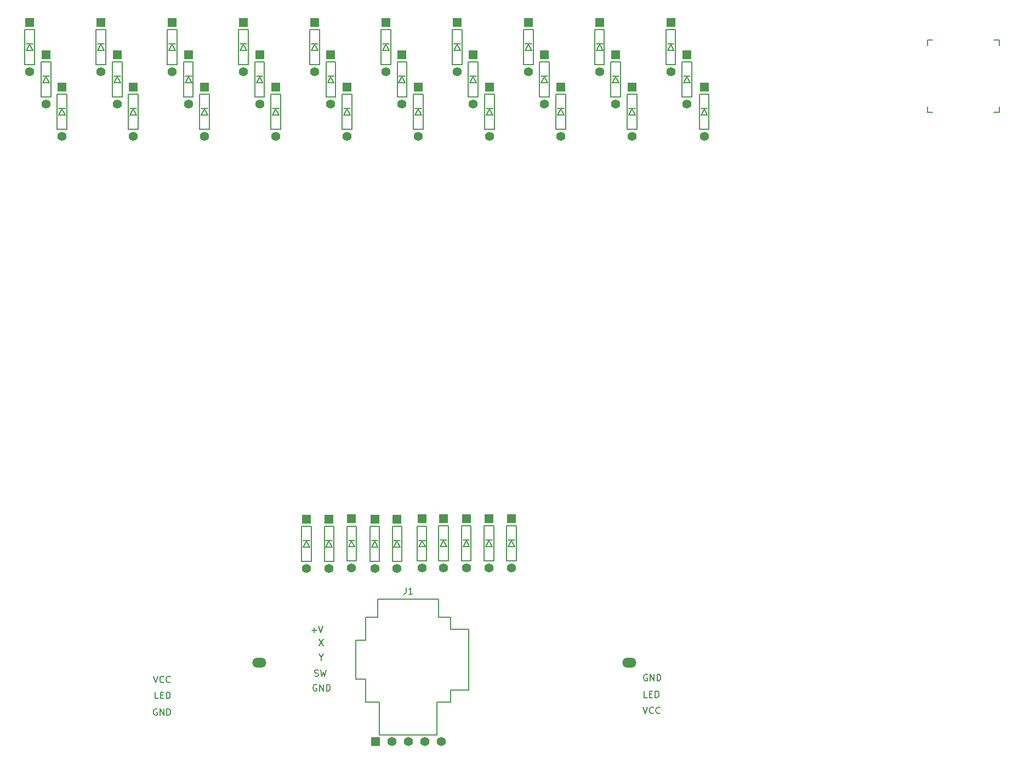
<source format=gbr>
G04 #@! TF.GenerationSoftware,KiCad,Pcbnew,7.0.8*
G04 #@! TF.CreationDate,2024-01-10T21:48:22+09:00*
G04 #@! TF.ProjectId,ckb4,636b6234-2e6b-4696-9361-645f70636258,rev?*
G04 #@! TF.SameCoordinates,Original*
G04 #@! TF.FileFunction,Legend,Top*
G04 #@! TF.FilePolarity,Positive*
%FSLAX46Y46*%
G04 Gerber Fmt 4.6, Leading zero omitted, Abs format (unit mm)*
G04 Created by KiCad (PCBNEW 7.0.8) date 2024-01-10 21:48:22*
%MOMM*%
%LPD*%
G01*
G04 APERTURE LIST*
%ADD10C,0.150000*%
%ADD11C,0.200000*%
%ADD12R,1.397000X1.397000*%
%ADD13C,1.397000*%
%ADD14O,2.200000X1.500000*%
G04 APERTURE END LIST*
D10*
X-258341904Y57667561D02*
X-258437142Y57715180D01*
X-258437142Y57715180D02*
X-258579999Y57715180D01*
X-258579999Y57715180D02*
X-258722856Y57667561D01*
X-258722856Y57667561D02*
X-258818094Y57572323D01*
X-258818094Y57572323D02*
X-258865713Y57477085D01*
X-258865713Y57477085D02*
X-258913332Y57286609D01*
X-258913332Y57286609D02*
X-258913332Y57143752D01*
X-258913332Y57143752D02*
X-258865713Y56953276D01*
X-258865713Y56953276D02*
X-258818094Y56858038D01*
X-258818094Y56858038D02*
X-258722856Y56762800D01*
X-258722856Y56762800D02*
X-258579999Y56715180D01*
X-258579999Y56715180D02*
X-258484761Y56715180D01*
X-258484761Y56715180D02*
X-258341904Y56762800D01*
X-258341904Y56762800D02*
X-258294285Y56810419D01*
X-258294285Y56810419D02*
X-258294285Y57143752D01*
X-258294285Y57143752D02*
X-258484761Y57143752D01*
X-257865713Y56715180D02*
X-257865713Y57715180D01*
X-257865713Y57715180D02*
X-257294285Y56715180D01*
X-257294285Y56715180D02*
X-257294285Y57715180D01*
X-256818094Y56715180D02*
X-256818094Y57715180D01*
X-256818094Y57715180D02*
X-256579999Y57715180D01*
X-256579999Y57715180D02*
X-256437142Y57667561D01*
X-256437142Y57667561D02*
X-256341904Y57572323D01*
X-256341904Y57572323D02*
X-256294285Y57477085D01*
X-256294285Y57477085D02*
X-256246666Y57286609D01*
X-256246666Y57286609D02*
X-256246666Y57143752D01*
X-256246666Y57143752D02*
X-256294285Y56953276D01*
X-256294285Y56953276D02*
X-256341904Y56858038D01*
X-256341904Y56858038D02*
X-256437142Y56762800D01*
X-256437142Y56762800D02*
X-256579999Y56715180D01*
X-256579999Y56715180D02*
X-256818094Y56715180D01*
X-258863332Y62765180D02*
X-258529999Y61765180D01*
X-258529999Y61765180D02*
X-258196666Y62765180D01*
X-257291904Y61860419D02*
X-257339523Y61812800D01*
X-257339523Y61812800D02*
X-257482380Y61765180D01*
X-257482380Y61765180D02*
X-257577618Y61765180D01*
X-257577618Y61765180D02*
X-257720475Y61812800D01*
X-257720475Y61812800D02*
X-257815713Y61908038D01*
X-257815713Y61908038D02*
X-257863332Y62003276D01*
X-257863332Y62003276D02*
X-257910951Y62193752D01*
X-257910951Y62193752D02*
X-257910951Y62336609D01*
X-257910951Y62336609D02*
X-257863332Y62527085D01*
X-257863332Y62527085D02*
X-257815713Y62622323D01*
X-257815713Y62622323D02*
X-257720475Y62717561D01*
X-257720475Y62717561D02*
X-257577618Y62765180D01*
X-257577618Y62765180D02*
X-257482380Y62765180D01*
X-257482380Y62765180D02*
X-257339523Y62717561D01*
X-257339523Y62717561D02*
X-257291904Y62669942D01*
X-256291904Y61860419D02*
X-256339523Y61812800D01*
X-256339523Y61812800D02*
X-256482380Y61765180D01*
X-256482380Y61765180D02*
X-256577618Y61765180D01*
X-256577618Y61765180D02*
X-256720475Y61812800D01*
X-256720475Y61812800D02*
X-256815713Y61908038D01*
X-256815713Y61908038D02*
X-256863332Y62003276D01*
X-256863332Y62003276D02*
X-256910951Y62193752D01*
X-256910951Y62193752D02*
X-256910951Y62336609D01*
X-256910951Y62336609D02*
X-256863332Y62527085D01*
X-256863332Y62527085D02*
X-256815713Y62622323D01*
X-256815713Y62622323D02*
X-256720475Y62717561D01*
X-256720475Y62717561D02*
X-256577618Y62765180D01*
X-256577618Y62765180D02*
X-256482380Y62765180D01*
X-256482380Y62765180D02*
X-256339523Y62717561D01*
X-256339523Y62717561D02*
X-256291904Y62669942D01*
X-258132857Y59305180D02*
X-258609047Y59305180D01*
X-258609047Y59305180D02*
X-258609047Y60305180D01*
X-257799523Y59828990D02*
X-257466190Y59828990D01*
X-257323333Y59305180D02*
X-257799523Y59305180D01*
X-257799523Y59305180D02*
X-257799523Y60305180D01*
X-257799523Y60305180D02*
X-257323333Y60305180D01*
X-256894761Y59305180D02*
X-256894761Y60305180D01*
X-256894761Y60305180D02*
X-256656666Y60305180D01*
X-256656666Y60305180D02*
X-256513809Y60257561D01*
X-256513809Y60257561D02*
X-256418571Y60162323D01*
X-256418571Y60162323D02*
X-256370952Y60067085D01*
X-256370952Y60067085D02*
X-256323333Y59876609D01*
X-256323333Y59876609D02*
X-256323333Y59733752D01*
X-256323333Y59733752D02*
X-256370952Y59543276D01*
X-256370952Y59543276D02*
X-256418571Y59448038D01*
X-256418571Y59448038D02*
X-256513809Y59352800D01*
X-256513809Y59352800D02*
X-256656666Y59305180D01*
X-256656666Y59305180D02*
X-256894761Y59305180D01*
X-182622857Y59455180D02*
X-183099047Y59455180D01*
X-183099047Y59455180D02*
X-183099047Y60455180D01*
X-182289523Y59978990D02*
X-181956190Y59978990D01*
X-181813333Y59455180D02*
X-182289523Y59455180D01*
X-182289523Y59455180D02*
X-182289523Y60455180D01*
X-182289523Y60455180D02*
X-181813333Y60455180D01*
X-181384761Y59455180D02*
X-181384761Y60455180D01*
X-181384761Y60455180D02*
X-181146666Y60455180D01*
X-181146666Y60455180D02*
X-181003809Y60407561D01*
X-181003809Y60407561D02*
X-180908571Y60312323D01*
X-180908571Y60312323D02*
X-180860952Y60217085D01*
X-180860952Y60217085D02*
X-180813333Y60026609D01*
X-180813333Y60026609D02*
X-180813333Y59883752D01*
X-180813333Y59883752D02*
X-180860952Y59693276D01*
X-180860952Y59693276D02*
X-180908571Y59598038D01*
X-180908571Y59598038D02*
X-181003809Y59502800D01*
X-181003809Y59502800D02*
X-181146666Y59455180D01*
X-181146666Y59455180D02*
X-181384761Y59455180D01*
X-183243332Y57985180D02*
X-182909999Y56985180D01*
X-182909999Y56985180D02*
X-182576666Y57985180D01*
X-181671904Y57080419D02*
X-181719523Y57032800D01*
X-181719523Y57032800D02*
X-181862380Y56985180D01*
X-181862380Y56985180D02*
X-181957618Y56985180D01*
X-181957618Y56985180D02*
X-182100475Y57032800D01*
X-182100475Y57032800D02*
X-182195713Y57128038D01*
X-182195713Y57128038D02*
X-182243332Y57223276D01*
X-182243332Y57223276D02*
X-182290951Y57413752D01*
X-182290951Y57413752D02*
X-182290951Y57556609D01*
X-182290951Y57556609D02*
X-182243332Y57747085D01*
X-182243332Y57747085D02*
X-182195713Y57842323D01*
X-182195713Y57842323D02*
X-182100475Y57937561D01*
X-182100475Y57937561D02*
X-181957618Y57985180D01*
X-181957618Y57985180D02*
X-181862380Y57985180D01*
X-181862380Y57985180D02*
X-181719523Y57937561D01*
X-181719523Y57937561D02*
X-181671904Y57889942D01*
X-180671904Y57080419D02*
X-180719523Y57032800D01*
X-180719523Y57032800D02*
X-180862380Y56985180D01*
X-180862380Y56985180D02*
X-180957618Y56985180D01*
X-180957618Y56985180D02*
X-181100475Y57032800D01*
X-181100475Y57032800D02*
X-181195713Y57128038D01*
X-181195713Y57128038D02*
X-181243332Y57223276D01*
X-181243332Y57223276D02*
X-181290951Y57413752D01*
X-181290951Y57413752D02*
X-181290951Y57556609D01*
X-181290951Y57556609D02*
X-181243332Y57747085D01*
X-181243332Y57747085D02*
X-181195713Y57842323D01*
X-181195713Y57842323D02*
X-181100475Y57937561D01*
X-181100475Y57937561D02*
X-180957618Y57985180D01*
X-180957618Y57985180D02*
X-180862380Y57985180D01*
X-180862380Y57985180D02*
X-180719523Y57937561D01*
X-180719523Y57937561D02*
X-180671904Y57889942D01*
X-182621904Y62987561D02*
X-182717142Y63035180D01*
X-182717142Y63035180D02*
X-182859999Y63035180D01*
X-182859999Y63035180D02*
X-183002856Y62987561D01*
X-183002856Y62987561D02*
X-183098094Y62892323D01*
X-183098094Y62892323D02*
X-183145713Y62797085D01*
X-183145713Y62797085D02*
X-183193332Y62606609D01*
X-183193332Y62606609D02*
X-183193332Y62463752D01*
X-183193332Y62463752D02*
X-183145713Y62273276D01*
X-183145713Y62273276D02*
X-183098094Y62178038D01*
X-183098094Y62178038D02*
X-183002856Y62082800D01*
X-183002856Y62082800D02*
X-182859999Y62035180D01*
X-182859999Y62035180D02*
X-182764761Y62035180D01*
X-182764761Y62035180D02*
X-182621904Y62082800D01*
X-182621904Y62082800D02*
X-182574285Y62130419D01*
X-182574285Y62130419D02*
X-182574285Y62463752D01*
X-182574285Y62463752D02*
X-182764761Y62463752D01*
X-182145713Y62035180D02*
X-182145713Y63035180D01*
X-182145713Y63035180D02*
X-181574285Y62035180D01*
X-181574285Y62035180D02*
X-181574285Y63035180D01*
X-181098094Y62035180D02*
X-181098094Y63035180D01*
X-181098094Y63035180D02*
X-180859999Y63035180D01*
X-180859999Y63035180D02*
X-180717142Y62987561D01*
X-180717142Y62987561D02*
X-180621904Y62892323D01*
X-180621904Y62892323D02*
X-180574285Y62797085D01*
X-180574285Y62797085D02*
X-180526666Y62606609D01*
X-180526666Y62606609D02*
X-180526666Y62463752D01*
X-180526666Y62463752D02*
X-180574285Y62273276D01*
X-180574285Y62273276D02*
X-180621904Y62178038D01*
X-180621904Y62178038D02*
X-180717142Y62082800D01*
X-180717142Y62082800D02*
X-180859999Y62035180D01*
X-180859999Y62035180D02*
X-181098094Y62035180D01*
X-219883333Y76445180D02*
X-219883333Y75730895D01*
X-219883333Y75730895D02*
X-219930952Y75588038D01*
X-219930952Y75588038D02*
X-220026190Y75492800D01*
X-220026190Y75492800D02*
X-220169047Y75445180D01*
X-220169047Y75445180D02*
X-220264285Y75445180D01*
X-218883333Y75445180D02*
X-219454761Y75445180D01*
X-219169047Y75445180D02*
X-219169047Y76445180D01*
X-219169047Y76445180D02*
X-219264285Y76302323D01*
X-219264285Y76302323D02*
X-219359523Y76207085D01*
X-219359523Y76207085D02*
X-219454761Y76159466D01*
X-233992839Y62773000D02*
X-233849982Y62725380D01*
X-233849982Y62725380D02*
X-233611887Y62725380D01*
X-233611887Y62725380D02*
X-233516649Y62773000D01*
X-233516649Y62773000D02*
X-233469030Y62820619D01*
X-233469030Y62820619D02*
X-233421411Y62915857D01*
X-233421411Y62915857D02*
X-233421411Y63011095D01*
X-233421411Y63011095D02*
X-233469030Y63106333D01*
X-233469030Y63106333D02*
X-233516649Y63153952D01*
X-233516649Y63153952D02*
X-233611887Y63201571D01*
X-233611887Y63201571D02*
X-233802363Y63249190D01*
X-233802363Y63249190D02*
X-233897601Y63296809D01*
X-233897601Y63296809D02*
X-233945220Y63344428D01*
X-233945220Y63344428D02*
X-233992839Y63439666D01*
X-233992839Y63439666D02*
X-233992839Y63534904D01*
X-233992839Y63534904D02*
X-233945220Y63630142D01*
X-233945220Y63630142D02*
X-233897601Y63677761D01*
X-233897601Y63677761D02*
X-233802363Y63725380D01*
X-233802363Y63725380D02*
X-233564268Y63725380D01*
X-233564268Y63725380D02*
X-233421411Y63677761D01*
X-233088077Y63725380D02*
X-232849982Y62725380D01*
X-232849982Y62725380D02*
X-232659506Y63439666D01*
X-232659506Y63439666D02*
X-232469030Y62725380D01*
X-232469030Y62725380D02*
X-232230935Y63725380D01*
X-232992744Y65680971D02*
X-232992744Y65204780D01*
X-233326077Y66204780D02*
X-232992744Y65680971D01*
X-232992744Y65680971D02*
X-232659411Y66204780D01*
X-234453220Y69868333D02*
X-233691316Y69868333D01*
X-234072268Y69487380D02*
X-234072268Y70249285D01*
X-233357982Y70487380D02*
X-233024649Y69487380D01*
X-233024649Y69487380D02*
X-232691316Y70487380D01*
X-233675411Y61423761D02*
X-233770649Y61471380D01*
X-233770649Y61471380D02*
X-233913506Y61471380D01*
X-233913506Y61471380D02*
X-234056363Y61423761D01*
X-234056363Y61423761D02*
X-234151601Y61328523D01*
X-234151601Y61328523D02*
X-234199220Y61233285D01*
X-234199220Y61233285D02*
X-234246839Y61042809D01*
X-234246839Y61042809D02*
X-234246839Y60899952D01*
X-234246839Y60899952D02*
X-234199220Y60709476D01*
X-234199220Y60709476D02*
X-234151601Y60614238D01*
X-234151601Y60614238D02*
X-234056363Y60519000D01*
X-234056363Y60519000D02*
X-233913506Y60471380D01*
X-233913506Y60471380D02*
X-233818268Y60471380D01*
X-233818268Y60471380D02*
X-233675411Y60519000D01*
X-233675411Y60519000D02*
X-233627792Y60566619D01*
X-233627792Y60566619D02*
X-233627792Y60899952D01*
X-233627792Y60899952D02*
X-233818268Y60899952D01*
X-233199220Y60471380D02*
X-233199220Y61471380D01*
X-233199220Y61471380D02*
X-232627792Y60471380D01*
X-232627792Y60471380D02*
X-232627792Y61471380D01*
X-232151601Y60471380D02*
X-232151601Y61471380D01*
X-232151601Y61471380D02*
X-231913506Y61471380D01*
X-231913506Y61471380D02*
X-231770649Y61423761D01*
X-231770649Y61423761D02*
X-231675411Y61328523D01*
X-231675411Y61328523D02*
X-231627792Y61233285D01*
X-231627792Y61233285D02*
X-231580173Y61042809D01*
X-231580173Y61042809D02*
X-231580173Y60899952D01*
X-231580173Y60899952D02*
X-231627792Y60709476D01*
X-231627792Y60709476D02*
X-231675411Y60614238D01*
X-231675411Y60614238D02*
X-231770649Y60519000D01*
X-231770649Y60519000D02*
X-231913506Y60471380D01*
X-231913506Y60471380D02*
X-232151601Y60471380D01*
X-233278458Y68458780D02*
X-232611792Y67458780D01*
X-232611792Y68458780D02*
X-233278458Y67458780D01*
X-230750000Y157700000D02*
X-232250000Y157700000D01*
X-232250000Y157700000D02*
X-232250000Y152300000D01*
X-231000000Y155500000D02*
X-232000000Y155500000D01*
X-231500000Y155400000D02*
X-231000000Y154500000D01*
X-231000000Y154500000D02*
X-232000000Y154500000D01*
X-232000000Y154500000D02*
X-231500000Y155400000D01*
X-230750000Y152300000D02*
X-230750000Y157700000D01*
X-232250000Y152300000D02*
X-230750000Y152300000D01*
X-197750000Y157700000D02*
X-199250000Y157700000D01*
X-199250000Y157700000D02*
X-199250000Y152300000D01*
X-198000000Y155500000D02*
X-199000000Y155500000D01*
X-198500000Y155400000D02*
X-198000000Y154500000D01*
X-198000000Y154500000D02*
X-199000000Y154500000D01*
X-199000000Y154500000D02*
X-198500000Y155400000D01*
X-197750000Y152300000D02*
X-197750000Y157700000D01*
X-199250000Y152300000D02*
X-197750000Y152300000D01*
X-208750000Y157700000D02*
X-210250000Y157700000D01*
X-210250000Y157700000D02*
X-210250000Y152300000D01*
X-209000000Y155500000D02*
X-210000000Y155500000D01*
X-209500000Y155400000D02*
X-209000000Y154500000D01*
X-209000000Y154500000D02*
X-210000000Y154500000D01*
X-210000000Y154500000D02*
X-209500000Y155400000D01*
X-208750000Y152300000D02*
X-208750000Y157700000D01*
X-210250000Y152300000D02*
X-208750000Y152300000D01*
X-239250000Y152700000D02*
X-240750000Y152700000D01*
X-240750000Y152700000D02*
X-240750000Y147300000D01*
X-239500000Y150500000D02*
X-240500000Y150500000D01*
X-240000000Y150400000D02*
X-239500000Y149500000D01*
X-239500000Y149500000D02*
X-240500000Y149500000D01*
X-240500000Y149500000D02*
X-240000000Y150400000D01*
X-239250000Y147300000D02*
X-239250000Y152700000D01*
X-240750000Y147300000D02*
X-239250000Y147300000D01*
X-231010000Y85945000D02*
X-232510000Y85945000D01*
X-232510000Y85945000D02*
X-232510000Y80545000D01*
X-231260000Y83745000D02*
X-232260000Y83745000D01*
X-231760000Y83645000D02*
X-231260000Y82745000D01*
X-231260000Y82745000D02*
X-232260000Y82745000D01*
X-232260000Y82745000D02*
X-231760000Y83645000D01*
X-231010000Y80545000D02*
X-231010000Y85945000D01*
X-232510000Y80545000D02*
X-231010000Y80545000D01*
X-206330000Y85990000D02*
X-207830000Y85990000D01*
X-207830000Y85990000D02*
X-207830000Y80590000D01*
X-206580000Y83790000D02*
X-207580000Y83790000D01*
X-207080000Y83690000D02*
X-206580000Y82790000D01*
X-206580000Y82790000D02*
X-207580000Y82790000D01*
X-207580000Y82790000D02*
X-207080000Y83690000D01*
X-206330000Y80590000D02*
X-206330000Y85990000D01*
X-207830000Y80590000D02*
X-206330000Y80590000D01*
X-200250000Y162700000D02*
X-201750000Y162700000D01*
X-201750000Y162700000D02*
X-201750000Y157300000D01*
X-200500000Y160500000D02*
X-201500000Y160500000D01*
X-201000000Y160400000D02*
X-200500000Y159500000D01*
X-200500000Y159500000D02*
X-201500000Y159500000D01*
X-201500000Y159500000D02*
X-201000000Y160400000D01*
X-200250000Y157300000D02*
X-200250000Y162700000D01*
X-201750000Y157300000D02*
X-200250000Y157300000D01*
X-250250000Y152700000D02*
X-251750000Y152700000D01*
X-251750000Y152700000D02*
X-251750000Y147300000D01*
X-250500000Y150500000D02*
X-251500000Y150500000D01*
X-251000000Y150400000D02*
X-250500000Y149500000D01*
X-250500000Y149500000D02*
X-251500000Y149500000D01*
X-251500000Y149500000D02*
X-251000000Y150400000D01*
X-250250000Y147300000D02*
X-250250000Y152700000D01*
X-251750000Y147300000D02*
X-250250000Y147300000D01*
X-184250000Y152700000D02*
X-185750000Y152700000D01*
X-185750000Y152700000D02*
X-185750000Y147300000D01*
X-184500000Y150500000D02*
X-185500000Y150500000D01*
X-185000000Y150400000D02*
X-184500000Y149500000D01*
X-184500000Y149500000D02*
X-185500000Y149500000D01*
X-185500000Y149500000D02*
X-185000000Y150400000D01*
X-184250000Y147300000D02*
X-184250000Y152700000D01*
X-185750000Y147300000D02*
X-184250000Y147300000D01*
X-274750000Y157700000D02*
X-276250000Y157700000D01*
X-276250000Y157700000D02*
X-276250000Y152300000D01*
X-275000000Y155500000D02*
X-276000000Y155500000D01*
X-275500000Y155400000D02*
X-275000000Y154500000D01*
X-275000000Y154500000D02*
X-276000000Y154500000D01*
X-276000000Y154500000D02*
X-275500000Y155400000D01*
X-274750000Y152300000D02*
X-274750000Y157700000D01*
X-276250000Y152300000D02*
X-274750000Y152300000D01*
X-186750000Y157700000D02*
X-188250000Y157700000D01*
X-188250000Y157700000D02*
X-188250000Y152300000D01*
X-187000000Y155500000D02*
X-188000000Y155500000D01*
X-187500000Y155400000D02*
X-187000000Y154500000D01*
X-187000000Y154500000D02*
X-188000000Y154500000D01*
X-188000000Y154500000D02*
X-187500000Y155400000D01*
X-186750000Y152300000D02*
X-186750000Y157700000D01*
X-188250000Y152300000D02*
X-186750000Y152300000D01*
X-206250000Y152700000D02*
X-207750000Y152700000D01*
X-207750000Y152700000D02*
X-207750000Y147300000D01*
X-206500000Y150500000D02*
X-207500000Y150500000D01*
X-207000000Y150400000D02*
X-206500000Y149500000D01*
X-206500000Y149500000D02*
X-207500000Y149500000D01*
X-207500000Y149500000D02*
X-207000000Y150400000D01*
X-206250000Y147300000D02*
X-206250000Y152700000D01*
X-207750000Y147300000D02*
X-206250000Y147300000D01*
X-255250000Y162700000D02*
X-256750000Y162700000D01*
X-256750000Y162700000D02*
X-256750000Y157300000D01*
X-255500000Y160500000D02*
X-256500000Y160500000D01*
X-256000000Y160400000D02*
X-255500000Y159500000D01*
X-255500000Y159500000D02*
X-256500000Y159500000D01*
X-256500000Y159500000D02*
X-256000000Y160400000D01*
X-255250000Y157300000D02*
X-255250000Y162700000D01*
X-256750000Y157300000D02*
X-255250000Y157300000D01*
X-211250000Y162700000D02*
X-212750000Y162700000D01*
X-212750000Y162700000D02*
X-212750000Y157300000D01*
X-211500000Y160500000D02*
X-212500000Y160500000D01*
X-212000000Y160400000D02*
X-211500000Y159500000D01*
X-211500000Y159500000D02*
X-212500000Y159500000D01*
X-212500000Y159500000D02*
X-212000000Y160400000D01*
X-211250000Y157300000D02*
X-211250000Y162700000D01*
X-212750000Y157300000D02*
X-211250000Y157300000D01*
X-216680000Y85960000D02*
X-218180000Y85960000D01*
X-218180000Y85960000D02*
X-218180000Y80560000D01*
X-216930000Y83760000D02*
X-217930000Y83760000D01*
X-217430000Y83660000D02*
X-216930000Y82760000D01*
X-216930000Y82760000D02*
X-217930000Y82760000D01*
X-217930000Y82760000D02*
X-217430000Y83660000D01*
X-216680000Y80560000D02*
X-216680000Y85960000D01*
X-218180000Y80560000D02*
X-216680000Y80560000D01*
X-202820000Y85990000D02*
X-204320000Y85990000D01*
X-204320000Y85990000D02*
X-204320000Y80590000D01*
X-203070000Y83790000D02*
X-204070000Y83790000D01*
X-203570000Y83690000D02*
X-203070000Y82790000D01*
X-203070000Y82790000D02*
X-204070000Y82790000D01*
X-204070000Y82790000D02*
X-203570000Y83690000D01*
X-202820000Y80590000D02*
X-202820000Y85990000D01*
X-204320000Y80590000D02*
X-202820000Y80590000D01*
X-272250000Y152700000D02*
X-273750000Y152700000D01*
X-273750000Y152700000D02*
X-273750000Y147300000D01*
X-272500000Y150500000D02*
X-273500000Y150500000D01*
X-273000000Y150400000D02*
X-272500000Y149500000D01*
X-272500000Y149500000D02*
X-273500000Y149500000D01*
X-273500000Y149500000D02*
X-273000000Y150400000D01*
X-272250000Y147300000D02*
X-272250000Y152700000D01*
X-273750000Y147300000D02*
X-272250000Y147300000D01*
X-266250000Y162700000D02*
X-267750000Y162700000D01*
X-267750000Y162700000D02*
X-267750000Y157300000D01*
X-266500000Y160500000D02*
X-267500000Y160500000D01*
X-267000000Y160400000D02*
X-266500000Y159500000D01*
X-266500000Y159500000D02*
X-267500000Y159500000D01*
X-267500000Y159500000D02*
X-267000000Y160400000D01*
X-266250000Y157300000D02*
X-266250000Y162700000D01*
X-267750000Y157300000D02*
X-266250000Y157300000D01*
X-223970000Y85945000D02*
X-225470000Y85945000D01*
X-225470000Y85945000D02*
X-225470000Y80545000D01*
X-224220000Y83745000D02*
X-225220000Y83745000D01*
X-224720000Y83645000D02*
X-224220000Y82745000D01*
X-224220000Y82745000D02*
X-225220000Y82745000D01*
X-225220000Y82745000D02*
X-224720000Y83645000D01*
X-223970000Y80545000D02*
X-223970000Y85945000D01*
X-225470000Y80545000D02*
X-223970000Y80545000D01*
X-233250000Y162700000D02*
X-234750000Y162700000D01*
X-234750000Y162700000D02*
X-234750000Y157300000D01*
X-233500000Y160500000D02*
X-234500000Y160500000D01*
X-234000000Y160400000D02*
X-233500000Y159500000D01*
X-233500000Y159500000D02*
X-234500000Y159500000D01*
X-234500000Y159500000D02*
X-234000000Y160400000D01*
X-233250000Y157300000D02*
X-233250000Y162700000D01*
X-234750000Y157300000D02*
X-233250000Y157300000D01*
X-209830000Y85980000D02*
X-211330000Y85980000D01*
X-211330000Y85980000D02*
X-211330000Y80580000D01*
X-210080000Y83780000D02*
X-211080000Y83780000D01*
X-210580000Y83680000D02*
X-210080000Y82780000D01*
X-210080000Y82780000D02*
X-211080000Y82780000D01*
X-211080000Y82780000D02*
X-210580000Y83680000D01*
X-209830000Y80580000D02*
X-209830000Y85980000D01*
X-211330000Y80580000D02*
X-209830000Y80580000D01*
X-220510000Y85945000D02*
X-222010000Y85945000D01*
X-222010000Y85945000D02*
X-222010000Y80545000D01*
X-220760000Y83745000D02*
X-221760000Y83745000D01*
X-221260000Y83645000D02*
X-220760000Y82745000D01*
X-220760000Y82745000D02*
X-221760000Y82745000D01*
X-221760000Y82745000D02*
X-221260000Y83645000D01*
X-220510000Y80545000D02*
X-220510000Y85945000D01*
X-222010000Y80545000D02*
X-220510000Y80545000D01*
X-227530000Y85960000D02*
X-229030000Y85960000D01*
X-229030000Y85960000D02*
X-229030000Y80560000D01*
X-227780000Y83760000D02*
X-228780000Y83760000D01*
X-228280000Y83660000D02*
X-227780000Y82760000D01*
X-227780000Y82760000D02*
X-228780000Y82760000D01*
X-228780000Y82760000D02*
X-228280000Y83660000D01*
X-227530000Y80560000D02*
X-227530000Y85960000D01*
X-229030000Y80560000D02*
X-227530000Y80560000D01*
X-217250000Y152700000D02*
X-218750000Y152700000D01*
X-218750000Y152700000D02*
X-218750000Y147300000D01*
X-217500000Y150500000D02*
X-218500000Y150500000D01*
X-218000000Y150400000D02*
X-217500000Y149500000D01*
X-217500000Y149500000D02*
X-218500000Y149500000D01*
X-218500000Y149500000D02*
X-218000000Y150400000D01*
X-217250000Y147300000D02*
X-217250000Y152700000D01*
X-218750000Y147300000D02*
X-217250000Y147300000D01*
X-213360000Y85980000D02*
X-214860000Y85980000D01*
X-214860000Y85980000D02*
X-214860000Y80580000D01*
X-213610000Y83780000D02*
X-214610000Y83780000D01*
X-214110000Y83680000D02*
X-213610000Y82780000D01*
X-213610000Y82780000D02*
X-214610000Y82780000D01*
X-214610000Y82780000D02*
X-214110000Y83680000D01*
X-213360000Y80580000D02*
X-213360000Y85980000D01*
X-214860000Y80580000D02*
X-213360000Y80580000D01*
X-219750000Y157700000D02*
X-221250000Y157700000D01*
X-221250000Y157700000D02*
X-221250000Y152300000D01*
X-220000000Y155500000D02*
X-221000000Y155500000D01*
X-220500000Y155400000D02*
X-220000000Y154500000D01*
X-220000000Y154500000D02*
X-221000000Y154500000D01*
X-221000000Y154500000D02*
X-220500000Y155400000D01*
X-219750000Y152300000D02*
X-219750000Y157700000D01*
X-221250000Y152300000D02*
X-219750000Y152300000D01*
X-173081250Y152718750D02*
X-174581250Y152718750D01*
X-174581250Y152718750D02*
X-174581250Y147318750D01*
X-173331250Y150518750D02*
X-174331250Y150518750D01*
X-173831250Y150418750D02*
X-173331250Y149518750D01*
X-173331250Y149518750D02*
X-174331250Y149518750D01*
X-174331250Y149518750D02*
X-173831250Y150418750D01*
X-173081250Y147318750D02*
X-173081250Y152718750D01*
X-174581250Y147318750D02*
X-173081250Y147318750D01*
X-139376250Y161066250D02*
X-139376250Y160272500D01*
X-139376250Y150747500D02*
X-139376250Y149953750D01*
X-139376250Y149953750D02*
X-138582500Y149953750D01*
X-138582500Y161066250D02*
X-139376250Y161066250D01*
X-129057500Y161066250D02*
X-128263750Y161066250D01*
X-129057500Y149953750D02*
X-128263750Y149953750D01*
X-128263750Y161066250D02*
X-128263750Y160272500D01*
X-128263750Y149953750D02*
X-128263750Y150747500D01*
X-241750000Y157700000D02*
X-243250000Y157700000D01*
X-243250000Y157700000D02*
X-243250000Y152300000D01*
X-242000000Y155500000D02*
X-243000000Y155500000D01*
X-242500000Y155400000D02*
X-242000000Y154500000D01*
X-242000000Y154500000D02*
X-243000000Y154500000D01*
X-243000000Y154500000D02*
X-242500000Y155400000D01*
X-241750000Y152300000D02*
X-241750000Y157700000D01*
X-243250000Y152300000D02*
X-241750000Y152300000D01*
X-175750000Y157700000D02*
X-177250000Y157700000D01*
X-177250000Y157700000D02*
X-177250000Y152300000D01*
X-176000000Y155500000D02*
X-177000000Y155500000D01*
X-176500000Y155400000D02*
X-176000000Y154500000D01*
X-176000000Y154500000D02*
X-177000000Y154500000D01*
X-177000000Y154500000D02*
X-176500000Y155400000D01*
X-175750000Y152300000D02*
X-175750000Y157700000D01*
X-177250000Y152300000D02*
X-175750000Y152300000D01*
X-234510000Y85945000D02*
X-236010000Y85945000D01*
X-236010000Y85945000D02*
X-236010000Y80545000D01*
X-234760000Y83745000D02*
X-235760000Y83745000D01*
X-235260000Y83645000D02*
X-234760000Y82745000D01*
X-234760000Y82745000D02*
X-235760000Y82745000D01*
X-235760000Y82745000D02*
X-235260000Y83645000D01*
X-234510000Y80545000D02*
X-234510000Y85945000D01*
X-236010000Y80545000D02*
X-234510000Y80545000D01*
X-195250000Y152700000D02*
X-196750000Y152700000D01*
X-196750000Y152700000D02*
X-196750000Y147300000D01*
X-195500000Y150500000D02*
X-196500000Y150500000D01*
X-196000000Y150400000D02*
X-195500000Y149500000D01*
X-195500000Y149500000D02*
X-196500000Y149500000D01*
X-196500000Y149500000D02*
X-196000000Y150400000D01*
X-195250000Y147300000D02*
X-195250000Y152700000D01*
X-196750000Y147300000D02*
X-195250000Y147300000D01*
X-228250000Y152700000D02*
X-229750000Y152700000D01*
X-229750000Y152700000D02*
X-229750000Y147300000D01*
X-228500000Y150500000D02*
X-229500000Y150500000D01*
X-229000000Y150400000D02*
X-228500000Y149500000D01*
X-228500000Y149500000D02*
X-229500000Y149500000D01*
X-229500000Y149500000D02*
X-229000000Y150400000D01*
X-228250000Y147300000D02*
X-228250000Y152700000D01*
X-229750000Y147300000D02*
X-228250000Y147300000D01*
X-277250000Y162700000D02*
X-278750000Y162700000D01*
X-278750000Y162700000D02*
X-278750000Y157300000D01*
X-277500000Y160500000D02*
X-278500000Y160500000D01*
X-278000000Y160400000D02*
X-277500000Y159500000D01*
X-277500000Y159500000D02*
X-278500000Y159500000D01*
X-278500000Y159500000D02*
X-278000000Y160400000D01*
X-277250000Y157300000D02*
X-277250000Y162700000D01*
X-278750000Y157300000D02*
X-277250000Y157300000D01*
X-244250000Y162700000D02*
X-245750000Y162700000D01*
X-245750000Y162700000D02*
X-245750000Y157300000D01*
X-244500000Y160500000D02*
X-245500000Y160500000D01*
X-245000000Y160400000D02*
X-244500000Y159500000D01*
X-244500000Y159500000D02*
X-245500000Y159500000D01*
X-245500000Y159500000D02*
X-245000000Y160400000D01*
X-244250000Y157300000D02*
X-244250000Y162700000D01*
X-245750000Y157300000D02*
X-244250000Y157300000D01*
X-178250000Y162700000D02*
X-179750000Y162700000D01*
X-179750000Y162700000D02*
X-179750000Y157300000D01*
X-178500000Y160500000D02*
X-179500000Y160500000D01*
X-179000000Y160400000D02*
X-178500000Y159500000D01*
X-178500000Y159500000D02*
X-179500000Y159500000D01*
X-179500000Y159500000D02*
X-179000000Y160400000D01*
X-178250000Y157300000D02*
X-178250000Y162700000D01*
X-179750000Y157300000D02*
X-178250000Y157300000D01*
X-222250000Y162700000D02*
X-223750000Y162700000D01*
X-223750000Y162700000D02*
X-223750000Y157300000D01*
X-222500000Y160500000D02*
X-223500000Y160500000D01*
X-223000000Y160400000D02*
X-222500000Y159500000D01*
X-222500000Y159500000D02*
X-223500000Y159500000D01*
X-223500000Y159500000D02*
X-223000000Y160400000D01*
X-222250000Y157300000D02*
X-222250000Y162700000D01*
X-223750000Y157300000D02*
X-222250000Y157300000D01*
D11*
X-227663000Y68300000D02*
X-227663000Y62300000D01*
X-227663000Y62300000D02*
X-226125000Y62300000D01*
X-226125000Y71875000D02*
X-226125000Y68300000D01*
X-226125000Y71875000D02*
X-224275000Y71875000D01*
X-226125000Y68300000D02*
X-227663000Y68300000D01*
X-226125000Y58725000D02*
X-226125000Y62300000D01*
X-224275000Y71875000D02*
X-224275000Y74675000D01*
X-224012500Y58725000D02*
X-226125000Y58725000D01*
X-224012500Y53700000D02*
X-224012500Y58725000D01*
X-224012500Y53700000D02*
X-215087500Y53700000D01*
X-215087500Y53700000D02*
X-215087500Y58725000D01*
X-214825000Y74675000D02*
X-224275000Y74675000D01*
X-214825000Y71875000D02*
X-214825000Y74675000D01*
X-214825000Y71875000D02*
X-212975000Y71875000D01*
X-212975000Y71875000D02*
X-212975000Y70025000D01*
X-212975000Y58725000D02*
X-215087500Y58725000D01*
X-212975000Y58725000D02*
X-212975000Y60575000D01*
X-210175000Y70025000D02*
X-212975000Y70025000D01*
X-210175000Y60575000D02*
X-212975000Y60575000D01*
X-210175000Y60575000D02*
X-210175000Y70025000D01*
D10*
X-263750000Y157700000D02*
X-265250000Y157700000D01*
X-265250000Y157700000D02*
X-265250000Y152300000D01*
X-264000000Y155500000D02*
X-265000000Y155500000D01*
X-264500000Y155400000D02*
X-264000000Y154500000D01*
X-264000000Y154500000D02*
X-265000000Y154500000D01*
X-265000000Y154500000D02*
X-264500000Y155400000D01*
X-263750000Y152300000D02*
X-263750000Y157700000D01*
X-265250000Y152300000D02*
X-263750000Y152300000D01*
X-252750000Y157700000D02*
X-254250000Y157700000D01*
X-254250000Y157700000D02*
X-254250000Y152300000D01*
X-253000000Y155500000D02*
X-254000000Y155500000D01*
X-253500000Y155400000D02*
X-253000000Y154500000D01*
X-253000000Y154500000D02*
X-254000000Y154500000D01*
X-254000000Y154500000D02*
X-253500000Y155400000D01*
X-252750000Y152300000D02*
X-252750000Y157700000D01*
X-254250000Y152300000D02*
X-252750000Y152300000D01*
X-189250000Y162700000D02*
X-190750000Y162700000D01*
X-190750000Y162700000D02*
X-190750000Y157300000D01*
X-189500000Y160500000D02*
X-190500000Y160500000D01*
X-190000000Y160400000D02*
X-189500000Y159500000D01*
X-189500000Y159500000D02*
X-190500000Y159500000D01*
X-190500000Y159500000D02*
X-190000000Y160400000D01*
X-189250000Y157300000D02*
X-189250000Y162700000D01*
X-190750000Y157300000D02*
X-189250000Y157300000D01*
X-261250000Y152700000D02*
X-262750000Y152700000D01*
X-262750000Y152700000D02*
X-262750000Y147300000D01*
X-261500000Y150500000D02*
X-262500000Y150500000D01*
X-262000000Y150400000D02*
X-261500000Y149500000D01*
X-261500000Y149500000D02*
X-262500000Y149500000D01*
X-262500000Y149500000D02*
X-262000000Y150400000D01*
X-261250000Y147300000D02*
X-261250000Y152700000D01*
X-262750000Y147300000D02*
X-261250000Y147300000D01*
D12*
X-231500000Y158810000D03*
D13*
X-231500000Y151190000D03*
D12*
X-198500000Y158810000D03*
D13*
X-198500000Y151190000D03*
D12*
X-209500000Y158810000D03*
D13*
X-209500000Y151190000D03*
D14*
X-185402500Y64850000D03*
D12*
X-240000000Y153810000D03*
D13*
X-240000000Y146190000D03*
D12*
X-231760000Y87055000D03*
D13*
X-231760000Y79435000D03*
D12*
X-207080000Y87100000D03*
D13*
X-207080000Y79480000D03*
D12*
X-201000000Y163810000D03*
D13*
X-201000000Y156190000D03*
D12*
X-251000000Y153810000D03*
D13*
X-251000000Y146190000D03*
D12*
X-185000000Y153810000D03*
D13*
X-185000000Y146190000D03*
D12*
X-275500000Y158810000D03*
D13*
X-275500000Y151190000D03*
D12*
X-187500000Y158810000D03*
D13*
X-187500000Y151190000D03*
D12*
X-207000000Y153810000D03*
D13*
X-207000000Y146190000D03*
D12*
X-256000000Y163810000D03*
D13*
X-256000000Y156190000D03*
D12*
X-212000000Y163810000D03*
D13*
X-212000000Y156190000D03*
D12*
X-217430000Y87070000D03*
D13*
X-217430000Y79450000D03*
D12*
X-203570000Y87100000D03*
D13*
X-203570000Y79480000D03*
D12*
X-273000000Y153810000D03*
D13*
X-273000000Y146190000D03*
D12*
X-267000000Y163810000D03*
D13*
X-267000000Y156190000D03*
D12*
X-224720000Y87055000D03*
D13*
X-224720000Y79435000D03*
D12*
X-234000000Y163810000D03*
D13*
X-234000000Y156190000D03*
D12*
X-210580000Y87090000D03*
D13*
X-210580000Y79470000D03*
X-214470000Y52690000D03*
X-217010000Y52690000D03*
X-219550000Y52690000D03*
X-222090000Y52690000D03*
D12*
X-224630000Y52690000D03*
X-221260000Y87055000D03*
D13*
X-221260000Y79435000D03*
D12*
X-228280000Y87070000D03*
D13*
X-228280000Y79450000D03*
D12*
X-218000000Y153810000D03*
D13*
X-218000000Y146190000D03*
D12*
X-214110000Y87090000D03*
D13*
X-214110000Y79470000D03*
D12*
X-220500000Y158810000D03*
D13*
X-220500000Y151190000D03*
D12*
X-173831250Y153828750D03*
D13*
X-173831250Y146208750D03*
D12*
X-242500000Y158810000D03*
D13*
X-242500000Y151190000D03*
D12*
X-176500000Y158810000D03*
D13*
X-176500000Y151190000D03*
D12*
X-235260000Y87055000D03*
D13*
X-235260000Y79435000D03*
D12*
X-196000000Y153810000D03*
D13*
X-196000000Y146190000D03*
D12*
X-229000000Y153810000D03*
D13*
X-229000000Y146190000D03*
D12*
X-278000000Y163810000D03*
D13*
X-278000000Y156190000D03*
D12*
X-245000000Y163810000D03*
D13*
X-245000000Y156190000D03*
D14*
X-242518750Y64850000D03*
D12*
X-179000000Y163810000D03*
D13*
X-179000000Y156190000D03*
D12*
X-223000000Y163810000D03*
D13*
X-223000000Y156190000D03*
D12*
X-264500000Y158810000D03*
D13*
X-264500000Y151190000D03*
D12*
X-253500000Y158810000D03*
D13*
X-253500000Y151190000D03*
D12*
X-190000000Y163810000D03*
D13*
X-190000000Y156190000D03*
D12*
X-262000000Y153810000D03*
D13*
X-262000000Y146190000D03*
M02*

</source>
